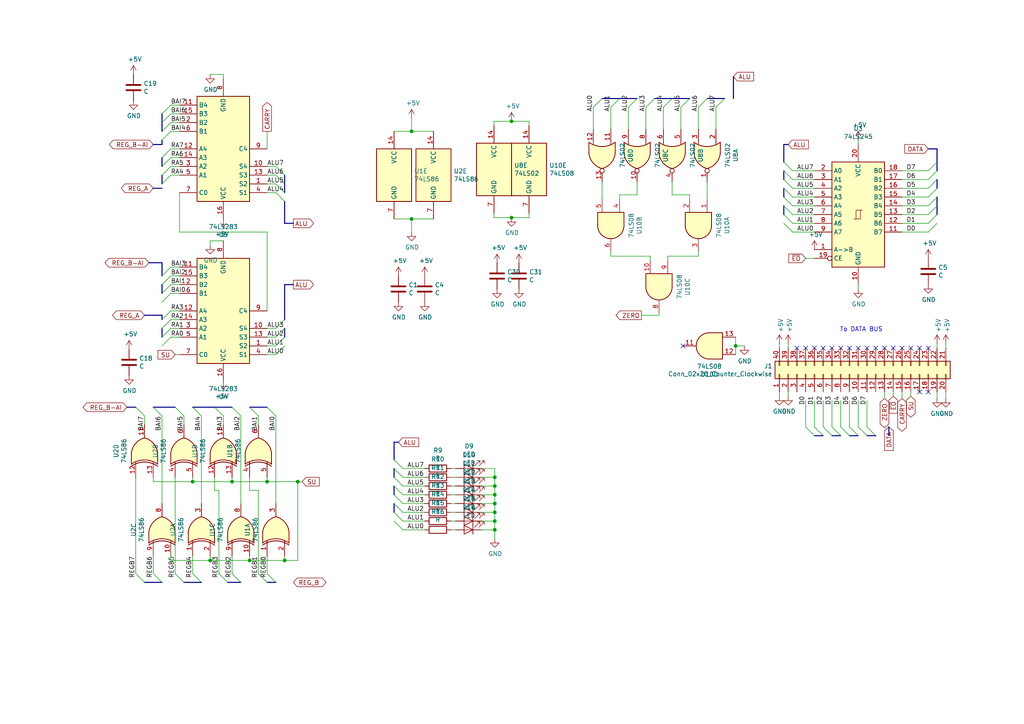
<source format=kicad_sch>
(kicad_sch (version 20200618) (host eeschema "(5.99.0-2101-geb1ff80d5)")
  (page 1 1)
  (paper "A4")
  (title_block (title "ALU MODULE ") (date "2020-10-06") (rev "01") (company "Wilhelm-Maybach-Schule Heilbronn") (comment 1 "Leon Hellmich"))
  (junction (at 55.88 139.7))
  (junction (at 60.96 162.56))
  (junction (at 67.31 139.7))
  (junction (at 72.39 162.56))
  (junction (at 77.47 139.7))
  (junction (at 82.55 162.56))
  (junction (at 86.36 139.7))
  (junction (at 119.38 38.1))
  (junction (at 119.38 63.5))
  (junction (at 143.51 138.43))
  (junction (at 143.51 140.97))
  (junction (at 143.51 143.51))
  (junction (at 143.51 146.05))
  (junction (at 143.51 148.59))
  (junction (at 143.51 151.13))
  (junction (at 143.51 153.67))
  (junction (at 148.3614 35.179))
  (junction (at 148.3614 63.119))
  (junction (at 213.36 100.33))
  (no_connect (at 246.38 100.965))
  (no_connect (at 241.3 100.965))
  (no_connect (at 236.22 100.965))
  (no_connect (at 269.24 100.965))
  (no_connect (at 243.84 100.965))
  (no_connect (at 248.92 100.965))
  (no_connect (at 198.12 100.33))
  (no_connect (at 251.46 100.965))
  (no_connect (at 233.68 100.965))
  (no_connect (at 261.62 100.965))
  (no_connect (at 269.24 113.665))
  (no_connect (at 266.7 113.665))
  (no_connect (at 259.08 100.965))
  (no_connect (at 238.76 100.965))
  (no_connect (at 264.16 100.965))
  (no_connect (at 266.7 100.965))
  (no_connect (at 231.14 100.965))
  (no_connect (at 256.54 100.965))
  (no_connect (at 254 100.965))
  (bus_entry (at 39.37 118.11) (size 2.54 2.54) (stroke (width 0.1524)))
  (bus_entry (at 39.37 166.37) (size 2.54 2.54) (stroke (width 0.1524)))
  (bus_entry (at 44.45 118.11) (size 2.54 2.54) (stroke (width 0.1524)))
  (bus_entry (at 44.45 166.37) (size 2.54 2.54) (stroke (width 0.1524)))
  (bus_entry (at 46.99 33.02) (size 2.54 -2.54) (stroke (width 0.1524)))
  (bus_entry (at 46.99 35.56) (size 2.54 -2.54) (stroke (width 0.1524)))
  (bus_entry (at 46.99 38.1) (size 2.54 -2.54) (stroke (width 0.1524)))
  (bus_entry (at 46.99 40.64) (size 2.54 -2.54) (stroke (width 0.1524)))
  (bus_entry (at 46.99 45.72) (size 2.54 -2.54) (stroke (width 0.1524)))
  (bus_entry (at 46.99 48.26) (size 2.54 -2.54) (stroke (width 0.1524)))
  (bus_entry (at 46.99 50.8) (size 2.54 -2.54) (stroke (width 0.1524)))
  (bus_entry (at 46.99 53.34) (size 2.54 -2.54) (stroke (width 0.1524)))
  (bus_entry (at 46.99 80.01) (size 2.54 -2.54) (stroke (width 0.1524)))
  (bus_entry (at 46.99 82.55) (size 2.54 -2.54) (stroke (width 0.1524)))
  (bus_entry (at 46.99 85.09) (size 2.54 -2.54) (stroke (width 0.1524)))
  (bus_entry (at 46.99 87.63) (size 2.54 -2.54) (stroke (width 0.1524)))
  (bus_entry (at 46.99 92.71) (size 2.54 -2.54) (stroke (width 0.1524)))
  (bus_entry (at 46.99 95.25) (size 2.54 -2.54) (stroke (width 0.1524)))
  (bus_entry (at 46.99 97.79) (size 2.54 -2.54) (stroke (width 0.1524)))
  (bus_entry (at 46.99 100.33) (size 2.54 -2.54) (stroke (width 0.1524)))
  (bus_entry (at 50.8 118.11) (size 2.54 2.54) (stroke (width 0.1524)))
  (bus_entry (at 50.8 166.37) (size 2.54 2.54) (stroke (width 0.1524)))
  (bus_entry (at 55.88 118.11) (size 2.54 2.54) (stroke (width 0.1524)))
  (bus_entry (at 55.88 166.37) (size 2.54 2.54) (stroke (width 0.1524)))
  (bus_entry (at 62.23 118.11) (size 2.54 2.54) (stroke (width 0.1524)))
  (bus_entry (at 63.5 166.37) (size 2.54 2.54) (stroke (width 0.1524)))
  (bus_entry (at 67.31 118.11) (size 2.54 2.54) (stroke (width 0.1524)))
  (bus_entry (at 67.31 166.37) (size 2.54 2.54) (stroke (width 0.1524)))
  (bus_entry (at 72.39 118.11) (size 2.54 2.54) (stroke (width 0.1524)))
  (bus_entry (at 74.93 166.37) (size 2.54 2.54) (stroke (width 0.1524)))
  (bus_entry (at 77.47 118.11) (size 2.54 2.54) (stroke (width 0.1524)))
  (bus_entry (at 77.47 166.37) (size 2.54 2.54) (stroke (width 0.1524)))
  (bus_entry (at 80.01 48.26) (size 2.54 2.54) (stroke (width 0.1524)))
  (bus_entry (at 80.01 50.8) (size 2.54 2.54) (stroke (width 0.1524)))
  (bus_entry (at 80.01 53.34) (size 2.54 2.54) (stroke (width 0.1524)))
  (bus_entry (at 80.01 55.88) (size 2.54 2.54) (stroke (width 0.1524)))
  (bus_entry (at 80.01 95.25) (size 2.54 -2.54) (stroke (width 0.1524)))
  (bus_entry (at 80.01 97.79) (size 2.54 -2.54) (stroke (width 0.1524)))
  (bus_entry (at 80.01 100.33) (size 2.54 -2.54) (stroke (width 0.1524)))
  (bus_entry (at 80.01 102.87) (size 2.54 -2.54) (stroke (width 0.1524)))
  (bus_entry (at 116.84 135.89) (size -2.54 -2.54) (stroke (width 0.1524)))
  (bus_entry (at 116.84 138.43) (size -2.54 -2.54) (stroke (width 0.1524)))
  (bus_entry (at 116.84 140.97) (size -2.54 -2.54) (stroke (width 0.1524)))
  (bus_entry (at 116.84 143.51) (size -2.54 -2.54) (stroke (width 0.1524)))
  (bus_entry (at 116.84 146.05) (size -2.54 -2.54) (stroke (width 0.1524)))
  (bus_entry (at 116.84 148.59) (size -2.54 -2.54) (stroke (width 0.1524)))
  (bus_entry (at 116.84 151.13) (size -2.54 -2.54) (stroke (width 0.1524)))
  (bus_entry (at 116.84 153.67) (size -2.54 -2.54) (stroke (width 0.1524)))
  (bus_entry (at 172.085 31.115) (size 2.54 -2.54) (stroke (width 0.1524)))
  (bus_entry (at 177.165 31.115) (size 2.54 -2.54) (stroke (width 0.1524)))
  (bus_entry (at 182.245 31.115) (size 2.54 -2.54) (stroke (width 0.1524)))
  (bus_entry (at 187.325 31.115) (size 2.54 -2.54) (stroke (width 0.1524)))
  (bus_entry (at 192.405 31.115) (size 2.54 -2.54) (stroke (width 0.1524)))
  (bus_entry (at 197.485 31.115) (size 2.54 -2.54) (stroke (width 0.1524)))
  (bus_entry (at 202.565 31.115) (size 2.54 -2.54) (stroke (width 0.1524)))
  (bus_entry (at 207.645 31.115) (size 2.54 -2.54) (stroke (width 0.1524)))
  (bus_entry (at 229.87 49.53) (size -2.54 -2.54) (stroke (width 0.1524)))
  (bus_entry (at 229.87 52.07) (size -2.54 -2.54) (stroke (width 0.1524)))
  (bus_entry (at 229.87 54.61) (size -2.54 -2.54) (stroke (width 0.1524)))
  (bus_entry (at 229.87 57.15) (size -2.54 -2.54) (stroke (width 0.1524)))
  (bus_entry (at 229.87 59.69) (size -2.54 -2.54) (stroke (width 0.1524)))
  (bus_entry (at 229.87 62.23) (size -2.54 -2.54) (stroke (width 0.1524)))
  (bus_entry (at 229.87 64.77) (size -2.54 -2.54) (stroke (width 0.1524)))
  (bus_entry (at 229.87 67.31) (size -2.54 -2.54) (stroke (width 0.1524)))
  (bus_entry (at 233.68 123.825) (size 2.54 2.54) (stroke (width 0.1524)))
  (bus_entry (at 236.22 123.825) (size 2.54 2.54) (stroke (width 0.1524)))
  (bus_entry (at 238.76 123.825) (size 2.54 2.54) (stroke (width 0.1524)))
  (bus_entry (at 241.3 123.825) (size 2.54 2.54) (stroke (width 0.1524)))
  (bus_entry (at 243.84 123.825) (size 2.54 2.54) (stroke (width 0.1524)))
  (bus_entry (at 246.38 123.825) (size 2.54 2.54) (stroke (width 0.1524)))
  (bus_entry (at 248.92 123.825) (size 2.54 2.54) (stroke (width 0.1524)))
  (bus_entry (at 251.46 123.825) (size 2.54 2.54) (stroke (width 0.1524)))
  (bus_entry (at 269.24 49.53) (size 2.54 -2.54) (stroke (width 0.1524)))
  (bus_entry (at 269.24 52.07) (size 2.54 -2.54) (stroke (width 0.1524)))
  (bus_entry (at 269.24 54.61) (size 2.54 -2.54) (stroke (width 0.1524)))
  (bus_entry (at 269.24 57.15) (size 2.54 -2.54) (stroke (width 0.1524)))
  (bus_entry (at 269.24 59.69) (size 2.54 -2.54) (stroke (width 0.1524)))
  (bus_entry (at 269.24 62.23) (size 2.54 -2.54) (stroke (width 0.1524)))
  (bus_entry (at 269.24 64.77) (size 2.54 -2.54) (stroke (width 0.1524)))
  (bus_entry (at 269.24 67.31) (size 2.54 -2.54) (stroke (width 0.1524)))
  (wire (pts (xy 39.37 138.43) (xy 39.37 166.37)))
  (wire (pts (xy 41.91 120.65) (xy 41.91 123.19)))
  (wire (pts (xy 44.45 139.7) (xy 44.45 138.43)))
  (wire (pts (xy 44.45 139.7) (xy 55.88 139.7)))
  (wire (pts (xy 44.45 161.29) (xy 44.45 166.37)))
  (wire (pts (xy 46.99 120.65) (xy 46.99 146.05)))
  (wire (pts (xy 49.53 30.48) (xy 52.07 30.48)))
  (wire (pts (xy 49.53 33.02) (xy 52.07 33.02)))
  (wire (pts (xy 49.53 35.56) (xy 52.07 35.56)))
  (wire (pts (xy 49.53 38.1) (xy 52.07 38.1)))
  (wire (pts (xy 49.53 43.18) (xy 52.07 43.18)))
  (wire (pts (xy 49.53 45.72) (xy 52.07 45.72)))
  (wire (pts (xy 49.53 48.26) (xy 52.07 48.26)))
  (wire (pts (xy 49.53 50.8) (xy 52.07 50.8)))
  (wire (pts (xy 49.53 77.47) (xy 52.07 77.47)))
  (wire (pts (xy 49.53 80.01) (xy 52.07 80.01)))
  (wire (pts (xy 49.53 82.55) (xy 52.07 82.55)))
  (wire (pts (xy 49.53 85.09) (xy 52.07 85.09)))
  (wire (pts (xy 49.53 90.17) (xy 52.07 90.17)))
  (wire (pts (xy 49.53 92.71) (xy 52.07 92.71)))
  (wire (pts (xy 49.53 95.25) (xy 52.07 95.25)))
  (wire (pts (xy 49.53 97.79) (xy 52.07 97.79)))
  (wire (pts (xy 49.53 161.29) (xy 49.53 162.56)))
  (wire (pts (xy 49.53 162.56) (xy 60.96 162.56)))
  (wire (pts (xy 50.8 102.87) (xy 52.07 102.87)))
  (wire (pts (xy 50.8 138.43) (xy 50.8 166.37)))
  (wire (pts (xy 52.07 55.88) (xy 52.07 67.31)))
  (wire (pts (xy 52.07 67.31) (xy 77.47 67.31)))
  (wire (pts (xy 53.34 123.19) (xy 53.34 120.65)))
  (wire (pts (xy 55.88 139.7) (xy 55.88 138.43)))
  (wire (pts (xy 55.88 139.7) (xy 67.31 139.7)))
  (wire (pts (xy 55.88 161.29) (xy 55.88 166.37)))
  (wire (pts (xy 58.42 120.65) (xy 58.42 146.05)))
  (wire (pts (xy 60.96 21.59) (xy 64.77 21.59)))
  (wire (pts (xy 60.96 69.85) (xy 64.77 69.85)))
  (wire (pts (xy 60.96 71.12) (xy 60.96 69.85)))
  (wire (pts (xy 60.96 162.56) (xy 60.96 161.29)))
  (wire (pts (xy 60.96 162.56) (xy 72.39 162.56)))
  (wire (pts (xy 62.23 138.43) (xy 62.23 142.24)))
  (wire (pts (xy 62.23 142.24) (xy 63.5 142.24)))
  (wire (pts (xy 63.5 142.24) (xy 63.5 166.37)))
  (wire (pts (xy 64.77 21.59) (xy 64.77 22.86)))
  (wire (pts (xy 64.77 123.19) (xy 64.77 120.65)))
  (wire (pts (xy 67.31 139.7) (xy 67.31 138.43)))
  (wire (pts (xy 67.31 139.7) (xy 77.47 139.7)))
  (wire (pts (xy 67.31 161.29) (xy 67.31 166.37)))
  (wire (pts (xy 69.85 120.65) (xy 69.85 146.05)))
  (wire (pts (xy 72.39 138.43) (xy 72.39 142.24)))
  (wire (pts (xy 72.39 142.24) (xy 74.93 142.24)))
  (wire (pts (xy 72.39 162.56) (xy 72.39 161.29)))
  (wire (pts (xy 72.39 162.56) (xy 82.55 162.56)))
  (wire (pts (xy 74.93 123.19) (xy 74.93 120.65)))
  (wire (pts (xy 74.93 142.24) (xy 74.93 166.37)))
  (wire (pts (xy 77.47 38.1) (xy 77.47 43.18)))
  (wire (pts (xy 77.47 67.31) (xy 77.47 90.17)))
  (wire (pts (xy 77.47 139.7) (xy 77.47 138.43)))
  (wire (pts (xy 77.47 139.7) (xy 86.36 139.7)))
  (wire (pts (xy 77.47 161.29) (xy 77.47 166.37)))
  (wire (pts (xy 80.01 48.26) (xy 77.47 48.26)))
  (wire (pts (xy 80.01 50.8) (xy 77.47 50.8)))
  (wire (pts (xy 80.01 53.34) (xy 77.47 53.34)))
  (wire (pts (xy 80.01 55.88) (xy 77.47 55.88)))
  (wire (pts (xy 80.01 95.25) (xy 77.47 95.25)))
  (wire (pts (xy 80.01 97.79) (xy 77.47 97.79)))
  (wire (pts (xy 80.01 100.33) (xy 77.47 100.33)))
  (wire (pts (xy 80.01 102.87) (xy 77.47 102.87)))
  (wire (pts (xy 80.01 120.65) (xy 80.01 146.05)))
  (wire (pts (xy 82.55 162.56) (xy 82.55 161.29)))
  (wire (pts (xy 86.36 139.7) (xy 86.36 162.56)))
  (wire (pts (xy 86.36 162.56) (xy 82.55 162.56)))
  (wire (pts (xy 87.63 139.7) (xy 86.36 139.7)))
  (wire (pts (xy 114.3 38.1) (xy 119.38 38.1)))
  (wire (pts (xy 114.3 63.5) (xy 119.38 63.5)))
  (wire (pts (xy 116.84 138.43) (xy 123.19 138.43)))
  (wire (pts (xy 116.84 143.51) (xy 123.19 143.51)))
  (wire (pts (xy 116.84 148.59) (xy 123.19 148.59)))
  (wire (pts (xy 116.84 153.67) (xy 123.19 153.67)))
  (wire (pts (xy 119.38 34.29) (xy 119.38 38.1)))
  (wire (pts (xy 119.38 38.1) (xy 125.73 38.1)))
  (wire (pts (xy 119.38 63.5) (xy 125.73 63.5)))
  (wire (pts (xy 119.38 67.31) (xy 119.38 63.5)))
  (wire (pts (xy 123.19 135.89) (xy 116.84 135.89)))
  (wire (pts (xy 123.19 140.97) (xy 116.84 140.97)))
  (wire (pts (xy 123.19 146.05) (xy 116.84 146.05)))
  (wire (pts (xy 123.19 151.13) (xy 116.84 151.13)))
  (wire (pts (xy 130.81 135.89) (xy 132.08 135.89)))
  (wire (pts (xy 130.81 140.97) (xy 132.08 140.97)))
  (wire (pts (xy 130.81 146.05) (xy 132.08 146.05)))
  (wire (pts (xy 130.81 151.13) (xy 132.08 151.13)))
  (wire (pts (xy 132.08 138.43) (xy 130.81 138.43)))
  (wire (pts (xy 132.08 143.51) (xy 130.81 143.51)))
  (wire (pts (xy 132.08 148.59) (xy 130.81 148.59)))
  (wire (pts (xy 132.08 153.67) (xy 130.81 153.67)))
  (wire (pts (xy 139.7 135.89) (xy 143.51 135.89)))
  (wire (pts (xy 139.7 138.43) (xy 143.51 138.43)))
  (wire (pts (xy 139.7 140.97) (xy 143.51 140.97)))
  (wire (pts (xy 139.7 143.51) (xy 143.51 143.51)))
  (wire (pts (xy 139.7 146.05) (xy 143.51 146.05)))
  (wire (pts (xy 139.7 148.59) (xy 143.51 148.59)))
  (wire (pts (xy 139.7 151.13) (xy 143.51 151.13)))
  (wire (pts (xy 139.7 153.67) (xy 143.51 153.67)))
  (wire (pts (xy 143.2814 35.179) (xy 148.3614 35.179)))
  (wire (pts (xy 143.2814 36.449) (xy 143.2814 35.179)))
  (wire (pts (xy 143.2814 61.849) (xy 143.2814 63.119)))
  (wire (pts (xy 143.2814 63.119) (xy 148.3614 63.119)))
  (wire (pts (xy 143.51 135.89) (xy 143.51 138.43)))
  (wire (pts (xy 143.51 138.43) (xy 143.51 140.97)))
  (wire (pts (xy 143.51 140.97) (xy 143.51 143.51)))
  (wire (pts (xy 143.51 143.51) (xy 143.51 146.05)))
  (wire (pts (xy 143.51 146.05) (xy 143.51 148.59)))
  (wire (pts (xy 143.51 148.59) (xy 143.51 151.13)))
  (wire (pts (xy 143.51 151.13) (xy 143.51 153.67)))
  (wire (pts (xy 143.51 153.67) (xy 143.51 156.21)))
  (wire (pts (xy 148.3614 35.179) (xy 153.4414 35.179)))
  (wire (pts (xy 148.3614 63.119) (xy 153.4414 63.119)))
  (wire (pts (xy 153.4414 35.179) (xy 153.4414 36.449)))
  (wire (pts (xy 153.4414 63.119) (xy 153.4414 61.849)))
  (wire (pts (xy 172.085 31.115) (xy 172.085 37.465)))
  (wire (pts (xy 174.625 52.705) (xy 174.625 57.785)))
  (wire (pts (xy 177.165 37.465) (xy 177.165 31.115)))
  (wire (pts (xy 177.165 74.295) (xy 177.165 73.025)))
  (wire (pts (xy 179.705 56.515) (xy 184.785 56.515)))
  (wire (pts (xy 179.705 57.785) (xy 179.705 56.515)))
  (wire (pts (xy 182.245 31.115) (xy 182.245 37.465)))
  (wire (pts (xy 184.785 56.515) (xy 184.785 52.705)))
  (wire (pts (xy 186.055 91.44) (xy 191.135 91.44)))
  (wire (pts (xy 187.325 37.465) (xy 187.325 31.115)))
  (wire (pts (xy 188.595 74.295) (xy 177.165 74.295)))
  (wire (pts (xy 188.595 75.565) (xy 188.595 74.295)))
  (wire (pts (xy 191.135 91.44) (xy 191.135 90.805)))
  (wire (pts (xy 192.405 31.115) (xy 192.405 37.465)))
  (wire (pts (xy 193.675 74.295) (xy 193.675 75.565)))
  (wire (pts (xy 194.945 56.515) (xy 194.945 52.705)))
  (wire (pts (xy 197.485 37.465) (xy 197.485 31.115)))
  (wire (pts (xy 200.025 56.515) (xy 194.945 56.515)))
  (wire (pts (xy 200.025 57.785) (xy 200.025 56.515)))
  (wire (pts (xy 202.565 31.115) (xy 202.565 37.465)))
  (wire (pts (xy 202.565 73.025) (xy 202.565 74.295)))
  (wire (pts (xy 202.565 74.295) (xy 193.675 74.295)))
  (wire (pts (xy 205.105 52.705) (xy 205.105 57.785)))
  (wire (pts (xy 207.645 37.465) (xy 207.645 31.115)))
  (wire (pts (xy 213.36 97.79) (xy 213.36 100.33)))
  (wire (pts (xy 213.36 100.33) (xy 213.36 102.87)))
  (wire (pts (xy 213.36 100.33) (xy 215.9 100.33)))
  (wire (pts (xy 226.06 99.695) (xy 226.06 100.965)))
  (wire (pts (xy 226.06 113.665) (xy 226.06 114.935)))
  (wire (pts (xy 228.6 99.695) (xy 228.6 100.965)))
  (wire (pts (xy 228.6 113.665) (xy 228.6 114.935)))
  (wire (pts (xy 229.87 52.07) (xy 236.22 52.07)))
  (wire (pts (xy 229.87 57.15) (xy 236.22 57.15)))
  (wire (pts (xy 229.87 62.23) (xy 236.22 62.23)))
  (wire (pts (xy 229.87 67.31) (xy 236.22 67.31)))
  (wire (pts (xy 233.68 74.93) (xy 236.22 74.93)))
  (wire (pts (xy 233.68 116.205) (xy 233.68 123.825)))
  (wire (pts (xy 236.22 49.53) (xy 229.87 49.53)))
  (wire (pts (xy 236.22 54.61) (xy 229.87 54.61)))
  (wire (pts (xy 236.22 59.69) (xy 229.87 59.69)))
  (wire (pts (xy 236.22 64.77) (xy 229.87 64.77)))
  (wire (pts (xy 236.22 123.825) (xy 236.22 116.205)))
  (wire (pts (xy 238.76 116.205) (xy 238.76 123.825)))
  (wire (pts (xy 241.3 123.825) (xy 241.3 116.205)))
  (wire (pts (xy 243.84 116.205) (xy 243.84 123.825)))
  (wire (pts (xy 246.38 116.205) (xy 246.38 123.825)))
  (wire (pts (xy 248.92 40.64) (xy 248.92 41.91)))
  (wire (pts (xy 248.92 83.82) (xy 248.92 82.55)))
  (wire (pts (xy 248.92 123.825) (xy 248.92 116.205)))
  (wire (pts (xy 251.46 116.205) (xy 251.46 123.825)))
  (wire (pts (xy 256.54 113.665) (xy 256.54 115.57)))
  (wire (pts (xy 259.08 113.665) (xy 259.08 114.935)))
  (wire (pts (xy 261.62 49.53) (xy 269.24 49.53)))
  (wire (pts (xy 261.62 54.61) (xy 269.24 54.61)))
  (wire (pts (xy 261.62 57.15) (xy 269.24 57.15)))
  (wire (pts (xy 261.62 62.23) (xy 269.24 62.23)))
  (wire (pts (xy 261.62 67.31) (xy 269.24 67.31)))
  (wire (pts (xy 261.62 113.665) (xy 261.62 115.57)))
  (wire (pts (xy 264.16 113.665) (xy 264.16 114.935)))
  (wire (pts (xy 269.24 52.07) (xy 261.62 52.07)))
  (wire (pts (xy 269.24 59.69) (xy 261.62 59.69)))
  (wire (pts (xy 269.24 64.77) (xy 261.62 64.77)))
  (wire (pts (xy 271.78 99.695) (xy 271.78 100.965)))
  (wire (pts (xy 271.78 113.665) (xy 271.78 115.57)))
  (wire (pts (xy 274.32 99.695) (xy 274.32 100.965)))
  (wire (pts (xy 274.32 113.665) (xy 274.32 115.57)))
  (bus (pts (xy 36.83 118.11) (xy 44.45 118.11)))
  (bus (pts (xy 41.91 91.44) (xy 46.99 91.44)))
  (bus (pts (xy 41.91 168.91) (xy 53.34 168.91)))
  (bus (pts (xy 43.18 76.2) (xy 46.99 76.2)))
  (bus (pts (xy 44.45 41.91) (xy 46.99 41.91)))
  (bus (pts (xy 44.45 54.61) (xy 46.99 54.61)))
  (bus (pts (xy 44.45 118.11) (xy 55.88 118.11)))
  (bus (pts (xy 46.99 33.02) (xy 46.99 35.56)))
  (bus (pts (xy 46.99 35.56) (xy 46.99 40.64)))
  (bus (pts (xy 46.99 40.64) (xy 46.99 41.91)))
  (bus (pts (xy 46.99 45.72) (xy 46.99 50.8)))
  (bus (pts (xy 46.99 50.8) (xy 46.99 54.61)))
  (bus (pts (xy 46.99 76.2) (xy 46.99 82.55)))
  (bus (pts (xy 46.99 82.55) (xy 46.99 87.63)))
  (bus (pts (xy 46.99 91.44) (xy 46.99 95.25)))
  (bus (pts (xy 46.99 95.25) (xy 46.99 100.33)))
  (bus (pts (xy 53.34 168.91) (xy 66.04 168.91)))
  (bus (pts (xy 55.88 118.11) (xy 62.23 118.11)))
  (bus (pts (xy 62.23 118.11) (xy 72.39 118.11)))
  (bus (pts (xy 66.04 168.91) (xy 77.47 168.91)))
  (bus (pts (xy 72.39 118.11) (xy 77.47 118.11)))
  (bus (pts (xy 77.47 168.91) (xy 85.09 168.91)))
  (bus (pts (xy 82.55 50.8) (xy 82.55 53.34)))
  (bus (pts (xy 82.55 53.34) (xy 82.55 58.42)))
  (bus (pts (xy 82.55 58.42) (xy 82.55 64.77)))
  (bus (pts (xy 82.55 82.55) (xy 82.55 95.25)))
  (bus (pts (xy 82.55 95.25) (xy 82.55 100.33)))
  (bus (pts (xy 85.09 64.77) (xy 82.55 64.77)))
  (bus (pts (xy 85.09 82.55) (xy 82.55 82.55)))
  (bus (pts (xy 114.3 128.27) (xy 114.3 135.89)))
  (bus (pts (xy 114.3 135.89) (xy 114.3 140.97)))
  (bus (pts (xy 114.3 140.97) (xy 114.3 146.05)))
  (bus (pts (xy 114.3 146.05) (xy 114.3 151.13)))
  (bus (pts (xy 115.57 128.27) (xy 114.3 128.27)))
  (bus (pts (xy 174.625 28.575) (xy 179.705 28.575)))
  (bus (pts (xy 179.705 28.575) (xy 189.865 28.575)))
  (bus (pts (xy 189.865 28.575) (xy 194.945 28.575)))
  (bus (pts (xy 194.945 28.575) (xy 205.105 28.575)))
  (bus (pts (xy 205.105 28.575) (xy 212.725 28.575)))
  (bus (pts (xy 212.725 22.225) (xy 212.725 28.575)))
  (bus (pts (xy 227.33 41.91) (xy 227.33 49.53)))
  (bus (pts (xy 227.33 49.53) (xy 227.33 54.61)))
  (bus (pts (xy 227.33 54.61) (xy 227.33 59.69)))
  (bus (pts (xy 227.33 59.69) (xy 227.33 64.77)))
  (bus (pts (xy 228.6 41.91) (xy 227.33 41.91)))
  (bus (pts (xy 236.22 126.365) (xy 241.3 126.365)))
  (bus (pts (xy 241.3 126.365) (xy 246.38 126.365)))
  (bus (pts (xy 246.38 126.365) (xy 251.46 126.365)))
  (bus (pts (xy 251.46 126.365) (xy 257.81 126.365)))
  (bus (pts (xy 257.81 126.365) (xy 257.81 123.825)))
  (bus (pts (xy 271.78 43.18) (xy 269.24 43.18)))
  (bus (pts (xy 271.78 43.18) (xy 271.78 46.99)))
  (bus (pts (xy 271.78 46.99) (xy 271.78 52.07)))
  (bus (pts (xy 271.78 52.07) (xy 271.78 57.15)))
  (bus (pts (xy 271.78 57.15) (xy 271.78 59.69)))
  (bus (pts (xy 271.78 59.69) (xy 271.78 64.77)))
  (text "To DATA BUS\n" (at 256.032 96.393 180) (effects (font (size 1.27 1.27)) (justify right bottom)))
  (label "REGB7" (at 39.37 161.29 270))
  (label "BAI7" (at 41.91 120.65 270))
  (label "REGB6" (at 44.45 161.29 270))
  (label "BAI6" (at 46.99 120.65 270))
  (label "BAI7" (at 49.53 30.48 0))
  (label "BAI6" (at 49.53 33.02 0))
  (label "BAI5" (at 49.53 35.56 0))
  (label "BAI4" (at 49.53 38.1 0))
  (label "RA7" (at 49.53 43.18 0))
  (label "RA6" (at 49.53 45.72 0))
  (label "RA5" (at 49.53 48.26 0))
  (label "RA4" (at 49.53 50.8 0))
  (label "BAI3" (at 49.53 77.47 0))
  (label "BAI2" (at 49.53 80.01 0))
  (label "BAI1" (at 49.53 82.55 0))
  (label "BAI0" (at 49.53 85.09 0))
  (label "RA3" (at 49.53 90.17 0))
  (label "RA2" (at 49.53 92.71 0))
  (label "RA1" (at 49.53 95.25 0))
  (label "RA0" (at 49.53 97.79 0))
  (label "REGB5" (at 50.8 161.29 270))
  (label "BAI5" (at 53.34 120.65 270))
  (label "REGB4" (at 55.88 161.29 270))
  (label "BAI4" (at 58.42 120.65 270))
  (label "REGB3" (at 63.5 161.29 270))
  (label "BAI3" (at 64.77 120.65 270))
  (label "REGB2" (at 67.31 161.29 270))
  (label "BAI2" (at 69.85 120.65 270))
  (label "BAI1" (at 74.93 120.65 270))
  (label "REGB1" (at 74.93 161.29 270))
  (label "ALU7" (at 77.47 48.26 0))
  (label "ALU6" (at 77.47 50.8 0))
  (label "ALU5" (at 77.47 53.34 0))
  (label "ALU4" (at 77.47 55.88 0))
  (label "ALU3" (at 77.47 95.25 0))
  (label "ALU2" (at 77.47 97.79 0))
  (label "ALU1" (at 77.47 100.33 0))
  (label "ALU0" (at 77.47 102.87 0))
  (label "REGB0" (at 77.47 161.29 270))
  (label "BAI0" (at 80.01 120.65 270))
  (label "ALU7" (at 118.11 135.89 0))
  (label "ALU6" (at 118.11 138.43 0))
  (label "ALU5" (at 118.11 140.97 0))
  (label "ALU4" (at 118.11 143.51 0))
  (label "ALU3" (at 118.11 146.05 0))
  (label "ALU2" (at 118.11 148.59 0))
  (label "ALU1" (at 118.11 151.13 0))
  (label "ALU0" (at 118.11 153.67 0))
  (label "ALU0" (at 172.085 32.385 90))
  (label "ALU1" (at 177.165 32.385 90))
  (label "ALU2" (at 182.245 32.385 90))
  (label "ALU3" (at 187.325 32.385 90))
  (label "ALU4" (at 192.405 32.385 90))
  (label "ALU5" (at 197.485 32.385 90))
  (label "ALU6" (at 202.565 32.385 90))
  (label "ALU7" (at 207.645 32.385 90))
  (label "ALU7" (at 231.14 49.53 0))
  (label "ALU6" (at 231.14 52.07 0))
  (label "ALU5" (at 231.14 54.61 0))
  (label "ALU4" (at 231.14 57.15 0))
  (label "ALU3" (at 231.14 59.69 0))
  (label "ALU2" (at 231.14 62.23 0))
  (label "ALU1" (at 231.14 64.77 0))
  (label "ALU0" (at 231.14 67.31 0))
  (label "D0" (at 233.68 117.475 90))
  (label "D1" (at 236.22 117.475 90))
  (label "D2" (at 238.76 117.475 90))
  (label "D3" (at 241.3 117.475 90))
  (label "D4" (at 243.84 117.475 90))
  (label "D5" (at 246.38 117.475 90))
  (label "D6" (at 248.92 117.475 90))
  (label "D7" (at 251.46 117.475 90))
  (label "D7" (at 262.89 49.53 0))
  (label "D6" (at 262.89 52.07 0))
  (label "D5" (at 262.89 54.61 0))
  (label "D4" (at 262.89 57.15 0))
  (label "D3" (at 262.89 59.69 0))
  (label "D2" (at 262.89 62.23 0))
  (label "D1" (at 262.89 64.77 0))
  (label "D0" (at 262.89 67.31 0))
  (global_label "REG_B-AI" (shape bidirectional) (at 36.83 118.11 180))
  (global_label "REG_A" (shape bidirectional) (at 41.91 91.44 180))
  (global_label "REG_B-AI" (shape bidirectional) (at 43.18 76.2 180))
  (global_label "REG_B-AI" (shape bidirectional) (at 44.45 41.91 180))
  (global_label "REG_A" (shape bidirectional) (at 44.45 54.61 180))
  (global_label "SU" (shape input) (at 50.8 102.87 180))
  (global_label "CARRY" (shape output) (at 77.47 38.1 90))
  (global_label "ALU" (shape output) (at 85.09 64.77 0))
  (global_label "ALU" (shape output) (at 85.09 82.55 0))
  (global_label "REG_B" (shape bidirectional) (at 85.09 168.91 0))
  (global_label "SU" (shape input) (at 87.63 139.7 0))
  (global_label "ALU" (shape input) (at 115.57 128.27 0))
  (global_label "ZERO" (shape output) (at 186.055 91.44 180))
  (global_label "ALU" (shape input) (at 212.725 22.225 0))
  (global_label "ALU" (shape input) (at 228.6 41.91 0))
  (global_label "~EO" (shape input) (at 233.68 74.93 180))
  (global_label "ZERO" (shape bidirectional) (at 256.54 115.57 270))
  (global_label "DATA" (shape input) (at 257.81 123.825 270))
  (global_label "~EO" (shape input) (at 259.08 114.935 270))
  (global_label "CARRY" (shape bidirectional) (at 261.62 115.57 270))
  (global_label "SU" (shape bidirectional) (at 264.16 114.935 270))
  (global_label "DATA" (shape input) (at 269.24 43.18 180))
  (symbol (lib_id "power:+5V") (at 37.4396 101.2952 0) (unit 1)
    (property "Reference" "#PWR042" (effects hide))
    (property "Value" "+5V" (at 37.8206 96.901 0))
  )
  (symbol (lib_id "power:+5V") (at 38.7096 21.59 0) (unit 1)
    (property "Reference" "#PWR044" (effects hide))
    (property "Value" "+5V" (at 39.0906 17.1958 0))
  )
  (symbol (lib_id "power:+5V") (at 64.77 63.5 180) (unit 1)
    (property "Reference" "#PWR0106" (effects hide))
    (property "Value" "+5V" (at 64.389 67.8942 0))
  )
  (symbol (lib_id "power:+5V") (at 64.77 110.49 180) (unit 1)
    (property "Reference" "#PWR0105" (effects hide))
    (property "Value" "+5V" (at 64.389 114.8842 0))
  )
  (symbol (lib_id "power:+5V") (at 115.57 80.01 0) (unit 1)
    (property "Reference" "#PWR01" (effects hide))
    (property "Value" "+5V" (at 115.951 75.6158 0))
  )
  (symbol (lib_id "power:+5V") (at 119.38 34.29 0) (unit 1)
    (property "Reference" "#PWR0101" (effects hide))
    (property "Value" "+5V" (at 119.761 29.8958 0))
  )
  (symbol (lib_id "power:+5V") (at 123.19 80.01 0) (unit 1)
    (property "Reference" "#PWR023" (effects hide))
    (property "Value" "+5V" (at 123.571 75.6158 0))
  )
  (symbol (lib_id "power:+5V") (at 144.1704 76.2508 0) (unit 1)
    (property "Reference" "#PWR070" (effects hide))
    (property "Value" "+5V" (at 144.5514 71.8566 0))
  )
  (symbol (lib_id "power:+5V") (at 148.3614 35.179 0) (unit 1)
    (property "Reference" "#PWR0113" (effects hide))
    (property "Value" "+5V" (at 148.7424 30.7848 0))
  )
  (symbol (lib_id "power:+5V") (at 150.5204 76.2508 0) (unit 1)
    (property "Reference" "#PWR072" (effects hide))
    (property "Value" "+5V" (at 150.9014 71.8566 0))
  )
  (symbol (lib_id "power:+5V") (at 226.06 99.695 0) (unit 1)
    (property "Reference" "#PWR01" (effects hide))
    (property "Value" "+5V" (at 226.441 96.4438 90) (effects (justify left)))
  )
  (symbol (lib_id "power:+5V") (at 228.6 99.695 0) (unit 1)
    (property "Reference" "#PWR03" (effects hide))
    (property "Value" "+5V" (at 228.981 96.4438 90) (effects (justify left)))
  )
  (symbol (lib_id "power:+5V") (at 236.22 72.39 0) (unit 1)
    (property "Reference" "#PWR0114" (effects hide))
    (property "Value" "+5V" (at 236.601 67.9958 0))
  )
  (symbol (lib_id "power:+5V") (at 248.92 40.64 0) (unit 1)
    (property "Reference" "#PWR0116" (effects hide))
    (property "Value" "+5V" (at 249.301 36.2458 0))
  )
  (symbol (lib_id "power:+5V") (at 269.24 74.93 0) (unit 1)
    (property "Reference" "#PWR030" (effects hide))
    (property "Value" "+5V" (at 269.621 70.5358 0))
  )
  (symbol (lib_id "power:+5V") (at 271.78 99.695 0) (unit 1)
    (property "Reference" "#PWR05" (effects hide))
    (property "Value" "+5V" (at 272.161 96.4438 90) (effects (justify left)))
  )
  (symbol (lib_id "power:+5V") (at 274.32 99.695 0) (unit 1)
    (property "Reference" "#PWR07" (effects hide))
    (property "Value" "+5V" (at 274.701 96.4438 90) (effects (justify left)))
  )
  (symbol (lib_id "power:GND") (at 37.4396 108.9152 0) (unit 1)
    (property "Reference" "#PWR043" (effects hide))
    (property "Value" "GND" (at 37.5666 113.3094 0))
  )
  (symbol (lib_id "power:GND") (at 38.7096 29.21 0) (unit 1)
    (property "Reference" "#PWR045" (effects hide))
    (property "Value" "GND" (at 38.8366 33.6042 0))
  )
  (symbol (lib_id "power:GND") (at 60.96 21.59 0) (unit 1)
    (property "Reference" "#PWR0103" (effects hide))
    (property "Value" "GND" (at 61.087 25.9842 0))
  )
  (symbol (lib_id "power:GND") (at 60.96 71.12 0) (unit 1)
    (property "Reference" "#PWR0104" (effects hide))
    (property "Value" "GND" (at 61.087 75.5142 0))
  )
  (symbol (lib_id "power:GND") (at 115.57 87.63 0) (unit 1)
    (property "Reference" "#PWR02" (effects hide))
    (property "Value" "GND" (at 115.697 92.0242 0))
  )
  (symbol (lib_id "power:GND") (at 119.38 67.31 0) (unit 1)
    (property "Reference" "#PWR0102" (effects hide))
    (property "Value" "GND" (at 119.507 71.7042 0))
  )
  (symbol (lib_id "power:GND") (at 123.19 87.63 0) (unit 1)
    (property "Reference" "#PWR024" (effects hide))
    (property "Value" "GND" (at 123.317 92.0242 0))
  )
  (symbol (lib_id "power:GND") (at 143.51 156.21 0) (unit 1)
    (property "Reference" "#PWR05" (effects hide))
    (property "Value" "GND" (at 143.637 160.6042 0))
  )
  (symbol (lib_id "power:GND") (at 144.1704 83.8708 0) (unit 1)
    (property "Reference" "#PWR071" (effects hide))
    (property "Value" "GND" (at 144.2974 88.265 0))
  )
  (symbol (lib_id "power:GND") (at 148.3614 63.119 0) (unit 1)
    (property "Reference" "#PWR0112" (effects hide))
    (property "Value" "GND" (at 148.4884 67.5132 0))
  )
  (symbol (lib_id "power:GND") (at 150.5204 83.8708 0) (unit 1)
    (property "Reference" "#PWR073" (effects hide))
    (property "Value" "GND" (at 150.6474 88.265 0))
  )
  (symbol (lib_id "power:GND") (at 215.9 100.33 0) (unit 1)
    (property "Reference" "#PWR0111" (effects hide))
    (property "Value" "GND" (at 216.027 104.7242 0))
  )
  (symbol (lib_id "power:GND") (at 226.06 114.935 0) (unit 1)
    (property "Reference" "#PWR02" (effects hide))
    (property "Value" "GND" (at 226.187 119.3292 0))
  )
  (symbol (lib_id "power:GND") (at 228.6 114.935 0) (unit 1)
    (property "Reference" "#PWR04" (effects hide))
    (property "Value" "GND" (at 228.727 119.3292 0))
  )
  (symbol (lib_id "power:GND") (at 248.92 83.82 0) (unit 1)
    (property "Reference" "#PWR0115" (effects hide))
    (property "Value" "GND" (at 249.047 88.2142 0))
  )
  (symbol (lib_id "power:GND") (at 269.24 82.55 0) (unit 1)
    (property "Reference" "#PWR031" (effects hide))
    (property "Value" "GND" (at 269.367 86.9442 0))
  )
  (symbol (lib_id "power:GND") (at 271.78 115.57 0) (unit 1)
    (property "Reference" "#PWR06" (effects hide))
    (property "Value" "GND" (at 271.907 119.9642 0))
  )
  (symbol (lib_id "power:GND") (at 274.32 115.57 0) (unit 1)
    (property "Reference" "#PWR08" (effects hide))
    (property "Value" "GND" (at 274.447 119.9642 0))
  )
  (symbol (lib_id "Device:R") (at 127 135.89 270) (unit 1)
    (property "Reference" "R9" (at 127 130.6322 90))
    (property "Value" "R" (at 127 132.9436 90))
    (property "Footprint" "Resistor_SMD:R_0805_2012Metric_Pad1.15x1.40mm_HandSolder" (effects hide))
  )
  (symbol (lib_id "Device:R") (at 127 138.43 270) (unit 1)
    (property "Reference" "R10" (at 127 133.1722 90))
    (property "Value" "R" (at 127 135.4836 90))
    (property "Footprint" "Resistor_SMD:R_0805_2012Metric_Pad1.15x1.40mm_HandSolder" (effects hide))
  )
  (symbol (lib_id "Device:R") (at 127 140.97 270) (unit 1)
    (property "Reference" "R11" (at 127 135.7122 90))
    (property "Value" "R" (at 127 138.0236 90))
    (property "Footprint" "Resistor_SMD:R_0805_2012Metric_Pad1.15x1.40mm_HandSolder" (effects hide))
  )
  (symbol (lib_id "Device:R") (at 127 143.51 270) (unit 1)
    (property "Reference" "R12" (at 127 138.2522 90))
    (property "Value" "R" (at 127 140.5636 90))
    (property "Footprint" "Resistor_SMD:R_0805_2012Metric_Pad1.15x1.40mm_HandSolder" (effects hide))
  )
  (symbol (lib_id "Device:R") (at 127 146.05 270) (unit 1)
    (property "Reference" "R13" (at 127 140.7922 90))
    (property "Value" "R" (at 127 143.1036 90))
    (property "Footprint" "Resistor_SMD:R_0805_2012Metric_Pad1.15x1.40mm_HandSolder" (effects hide))
  )
  (symbol (lib_id "Device:R") (at 127 148.59 270) (unit 1)
    (property "Reference" "R14" (at 127 143.3322 90))
    (property "Value" "R" (at 127 145.6436 90))
    (property "Footprint" "Resistor_SMD:R_0805_2012Metric_Pad1.15x1.40mm_HandSolder" (effects hide))
  )
  (symbol (lib_id "Device:R") (at 127 151.13 270) (unit 1)
    (property "Reference" "R15" (at 127 145.8722 90))
    (property "Value" "R" (at 127 148.1836 90))
    (property "Footprint" "Resistor_SMD:R_0805_2012Metric_Pad1.15x1.40mm_HandSolder" (effects hide))
  )
  (symbol (lib_id "Device:R") (at 127 153.67 270) (unit 1)
    (property "Reference" "R16" (at 127 148.4122 90))
    (property "Value" "R" (at 127 150.7236 90))
    (property "Footprint" "Resistor_SMD:R_0805_2012Metric_Pad1.15x1.40mm_HandSolder" (effects hide))
  )
  (symbol (lib_id "Device:LED") (at 135.89 135.89 180) (unit 1)
    (property "Reference" "D9" (at 136.0678 129.413 0))
    (property "Value" "LED" (at 136.0678 131.7244 0))
    (property "Footprint" "LED_THT:LED_D5.0mm" (effects hide))
  )
  (symbol (lib_id "Device:LED") (at 135.89 138.43 180) (unit 1)
    (property "Reference" "D10" (at 136.0678 131.953 0))
    (property "Value" "LED" (at 136.0678 134.2644 0))
    (property "Footprint" "LED_THT:LED_D5.0mm" (effects hide))
  )
  (symbol (lib_id "Device:LED") (at 135.89 140.97 180) (unit 1)
    (property "Reference" "D11" (at 136.0678 134.493 0))
    (property "Value" "LED" (at 136.0678 136.8044 0))
    (property "Footprint" "LED_THT:LED_D5.0mm" (effects hide))
  )
  (symbol (lib_id "Device:LED") (at 135.89 143.51 180) (unit 1)
    (property "Reference" "D12" (at 136.0678 137.033 0))
    (property "Value" "LED" (at 136.0678 139.3444 0))
    (property "Footprint" "LED_THT:LED_D5.0mm" (effects hide))
  )
  (symbol (lib_id "Device:LED") (at 135.89 146.05 180) (unit 1)
    (property "Reference" "D13" (at 136.0678 139.573 0))
    (property "Value" "LED" (at 136.0678 141.8844 0))
    (property "Footprint" "LED_THT:LED_D5.0mm" (effects hide))
  )
  (symbol (lib_id "Device:LED") (at 135.89 148.59 180) (unit 1)
    (property "Reference" "D14" (at 136.0678 142.113 0))
    (property "Value" "LED" (at 136.0678 144.4244 0))
    (property "Footprint" "LED_THT:LED_D5.0mm" (effects hide))
  )
  (symbol (lib_id "Device:LED") (at 135.89 151.13 180) (unit 1)
    (property "Reference" "D15" (at 136.0678 144.653 0))
    (property "Value" "LED" (at 136.0678 146.9644 0))
    (property "Footprint" "LED_THT:LED_D5.0mm" (effects hide))
  )
  (symbol (lib_id "Device:LED") (at 135.89 153.67 180) (unit 1)
    (property "Reference" "D16" (at 136.0678 147.193 0))
    (property "Value" "LED" (at 136.0678 149.5044 0))
    (property "Footprint" "LED_THT:LED_D5.0mm" (effects hide))
  )
  (symbol (lib_id "Device:C") (at 37.4396 105.1052 0) (unit 1)
    (property "Reference" "C18" (at 40.3606 103.9368 0) (effects (justify left)))
    (property "Value" "C" (at 40.3606 106.2482 0) (effects (justify left)))
    (property "Footprint" "Capacitor_SMD:C_0805_2012Metric_Pad1.15x1.40mm_HandSolder" (effects hide))
  )
  (symbol (lib_id "Device:C") (at 38.7096 25.4 0) (unit 1)
    (property "Reference" "C19" (at 41.6306 24.2316 0) (effects (justify left)))
    (property "Value" "C" (at 41.6306 26.543 0) (effects (justify left)))
    (property "Footprint" "Capacitor_SMD:C_0805_2012Metric_Pad1.15x1.40mm_HandSolder" (effects hide))
  )
  (symbol (lib_id "Device:C") (at 115.57 83.82 0) (unit 1)
    (property "Reference" "C1" (at 118.491 82.6516 0) (effects (justify left)))
    (property "Value" "C" (at 118.491 84.963 0) (effects (justify left)))
    (property "Footprint" "Capacitor_SMD:C_0805_2012Metric_Pad1.15x1.40mm_HandSolder" (effects hide))
  )
  (symbol (lib_id "Device:C") (at 123.19 83.82 0) (unit 1)
    (property "Reference" "C4" (at 126.111 82.6516 0) (effects (justify left)))
    (property "Value" "C" (at 126.111 84.963 0) (effects (justify left)))
    (property "Footprint" "Capacitor_SMD:C_0805_2012Metric_Pad1.15x1.40mm_HandSolder" (effects hide))
  )
  (symbol (lib_id "Device:C") (at 144.1704 80.0608 0) (unit 1)
    (property "Reference" "C30" (at 147.0914 78.8924 0) (effects (justify left)))
    (property "Value" "C" (at 147.0914 81.2038 0) (effects (justify left)))
    (property "Footprint" "Capacitor_SMD:C_0805_2012Metric_Pad1.15x1.40mm_HandSolder" (effects hide))
  )
  (symbol (lib_id "Device:C") (at 150.5204 80.0608 0) (unit 1)
    (property "Reference" "C31" (at 153.4414 78.8924 0) (effects (justify left)))
    (property "Value" "C" (at 153.4414 81.2038 0) (effects (justify left)))
    (property "Footprint" "Capacitor_SMD:C_0805_2012Metric_Pad1.15x1.40mm_HandSolder" (effects hide))
  )
  (symbol (lib_id "Device:C") (at 269.24 78.74 0) (unit 1)
    (property "Reference" "C5" (at 272.161 77.5716 0) (effects (justify left)))
    (property "Value" "C" (at 272.161 79.883 0) (effects (justify left)))
    (property "Footprint" "Capacitor_SMD:C_0805_2012Metric_Pad1.15x1.40mm_HandSolder" (effects hide))
  )
  (symbol (lib_id "74xx:74LS86") (at 41.91 130.81 90) (unit 4)
    (property "Reference" "U2" (at 33.655 130.81 0))
    (property "Value" "74LS86" (at 35.9664 130.81 0))
    (property "Footprint" "Package_DIP:DIP-14_W7.62mm_Socket_LongPads" (effects hide))
    (property "Datasheet" "74xx/74ls86.pdf" (effects hide))
  )
  (symbol (lib_id "74xx:74LS86") (at 46.99 153.67 90) (unit 3)
    (property "Reference" "U2" (at 38.735 153.67 0))
    (property "Value" "74LS86" (at 41.0464 153.67 0))
    (property "Footprint" "Package_DIP:DIP-14_W7.62mm_Socket_LongPads" (effects hide))
    (property "Datasheet" "74xx/74ls86.pdf" (effects hide))
  )
  (symbol (lib_id "74xx:74LS86") (at 53.34 130.81 90) (unit 2)
    (property "Reference" "U2" (at 45.085 130.81 0))
    (property "Value" "74LS86" (at 47.3964 130.81 0))
    (property "Footprint" "Package_DIP:DIP-14_W7.62mm_Socket_LongPads" (effects hide))
    (property "Datasheet" "74xx/74ls86.pdf" (effects hide))
  )
  (symbol (lib_id "74xx:74LS86") (at 58.42 153.67 90) (unit 1)
    (property "Reference" "U2" (at 50.165 153.67 0))
    (property "Value" "74LS86" (at 52.4764 153.67 0))
    (property "Footprint" "Package_DIP:DIP-14_W7.62mm_Socket_LongPads" (effects hide))
    (property "Datasheet" "74xx/74ls86.pdf" (effects hide))
  )
  (symbol (lib_id "74xx:74LS86") (at 64.77 130.81 90) (unit 4)
    (property "Reference" "U1" (at 56.515 130.81 0))
    (property "Value" "74LS86" (at 58.8264 130.81 0))
    (property "Footprint" "Package_DIP:DIP-14_W7.62mm_Socket_LongPads" (effects hide))
    (property "Datasheet" "74xx/74ls86.pdf" (effects hide))
  )
  (symbol (lib_id "74xx:74LS86") (at 69.85 153.67 90) (unit 3)
    (property "Reference" "U1" (at 61.595 153.67 0))
    (property "Value" "74LS86" (at 63.9064 153.67 0))
    (property "Footprint" "Package_DIP:DIP-14_W7.62mm_Socket_LongPads" (effects hide))
    (property "Datasheet" "74xx/74ls86.pdf" (effects hide))
  )
  (symbol (lib_id "74xx:74LS86") (at 74.93 130.81 90) (unit 2)
    (property "Reference" "U1" (at 66.675 130.81 0))
    (property "Value" "74LS86" (at 68.9864 130.81 0))
    (property "Footprint" "Package_DIP:DIP-14_W7.62mm_Socket_LongPads" (effects hide))
    (property "Datasheet" "74xx/74ls86.pdf" (effects hide))
  )
  (symbol (lib_id "74xx:74LS86") (at 80.01 153.67 90) (unit 1)
    (property "Reference" "U1" (at 71.755 153.67 0))
    (property "Value" "74LS86" (at 74.0664 153.67 0))
    (property "Footprint" "Package_DIP:DIP-14_W7.62mm_Socket_LongPads" (effects hide))
    (property "Datasheet" "74xx/74ls86.pdf" (effects hide))
  )
  (symbol (lib_id "74xx:74LS02") (at 174.625 45.085 270) (unit 4)
    (property "Reference" "U8" (at 182.88 45.085 0))
    (property "Value" "74LS02" (at 180.5686 45.085 0))
    (property "Footprint" "Package_DIP:DIP-14_W7.62mm_Socket_LongPads" (effects hide))
    (property "Datasheet" "http://www.ti.com/lit/gpn/sn74ls02" (effects hide))
  )
  (symbol (lib_id "74xx:74LS08") (at 177.165 65.405 270) (unit 2)
    (property "Reference" "U10" (at 185.42 65.405 0))
    (property "Value" "74LS08" (at 183.1086 65.405 0))
    (property "Footprint" "Package_DIP:DIP-14_W7.62mm_Socket_LongPads" (effects hide))
    (property "Datasheet" "http://www.ti.com/lit/gpn/sn74LS08" (effects hide))
  )
  (symbol (lib_id "74xx:74LS02") (at 184.785 45.085 270) (unit 3)
    (property "Reference" "U8" (at 193.04 45.085 0))
    (property "Value" "74LS02" (at 190.7286 45.085 0))
    (property "Footprint" "Package_DIP:DIP-14_W7.62mm_Socket_LongPads" (effects hide))
    (property "Datasheet" "http://www.ti.com/lit/gpn/sn74ls02" (effects hide))
  )
  (symbol (lib_id "74xx:74LS08") (at 191.135 83.185 270) (unit 3)
    (property "Reference" "U10" (at 199.39 83.185 0))
    (property "Value" "74LS08" (at 197.0786 83.185 0))
    (property "Footprint" "Package_DIP:DIP-14_W7.62mm_Socket_LongPads" (effects hide))
    (property "Datasheet" "http://www.ti.com/lit/gpn/sn74LS08" (effects hide))
  )
  (symbol (lib_id "74xx:74LS02") (at 194.945 45.085 270) (unit 2)
    (property "Reference" "U8" (at 203.2 45.085 0))
    (property "Value" "74LS02" (at 200.8886 45.085 0))
    (property "Footprint" "Package_DIP:DIP-14_W7.62mm_Socket_LongPads" (effects hide))
    (property "Datasheet" "http://www.ti.com/lit/gpn/sn74ls02" (effects hide))
  )
  (symbol (lib_id "74xx:74LS08") (at 202.565 65.405 270) (unit 1)
    (property "Reference" "U10" (at 210.82 65.405 0))
    (property "Value" "74LS08" (at 208.5086 65.405 0))
    (property "Footprint" "Package_DIP:DIP-14_W7.62mm_Socket_LongPads" (effects hide))
    (property "Datasheet" "http://www.ti.com/lit/gpn/sn74LS08" (effects hide))
  )
  (symbol (lib_id "74xx:74LS02") (at 205.105 45.085 270) (unit 1)
    (property "Reference" "U8" (at 213.36 45.085 0))
    (property "Value" "74LS02" (at 211.0486 45.085 0))
    (property "Footprint" "Package_DIP:DIP-14_W7.62mm_Socket_LongPads" (effects hide))
    (property "Datasheet" "http://www.ti.com/lit/gpn/sn74ls02" (effects hide))
  )
  (symbol (lib_id "74xx:74LS08") (at 205.74 100.33 180) (unit 4)
    (property "Reference" "U10" (at 205.74 108.585 0))
    (property "Value" "74LS08" (at 205.74 106.2736 0))
    (property "Footprint" "Package_DIP:DIP-14_W7.62mm_Socket_LongPads" (effects hide))
    (property "Datasheet" "http://www.ti.com/lit/gpn/sn74LS08" (effects hide))
  )
  (symbol (lib_id "74xx:74LS86") (at 114.3 50.8 0) (unit 5)
    (property "Reference" "U1" (at 120.142 49.6316 0) (effects (justify left)))
    (property "Value" "74LS86" (at 120.142 51.943 0) (effects (justify left)))
    (property "Footprint" "Package_DIP:DIP-14_W7.62mm_Socket_LongPads" (effects hide))
    (property "Datasheet" "74xx/74ls86.pdf" (effects hide))
  )
  (symbol (lib_id "74xx:74LS86") (at 125.73 50.8 0) (unit 5)
    (property "Reference" "U2" (at 131.572 49.6316 0) (effects (justify left)))
    (property "Value" "74LS86" (at 131.572 51.943 0) (effects (justify left)))
    (property "Footprint" "Package_DIP:DIP-14_W7.62mm_Socket_LongPads" (effects hide))
    (property "Datasheet" "74xx/74ls86.pdf" (effects hide))
  )
  (symbol (lib_id "74xx:74LS02") (at 143.2814 49.149 0) (unit 5)
    (property "Reference" "U8" (at 149.1234 47.9806 0) (effects (justify left)))
    (property "Value" "74LS02" (at 149.1234 50.292 0) (effects (justify left)))
    (property "Footprint" "Package_DIP:DIP-14_W7.62mm_Socket_LongPads" (effects hide))
    (property "Datasheet" "http://www.ti.com/lit/gpn/sn74ls02" (effects hide))
  )
  (symbol (lib_id "74xx:74LS08") (at 153.4414 49.149 0) (unit 5)
    (property "Reference" "U10" (at 159.2834 47.9806 0) (effects (justify left)))
    (property "Value" "74LS08" (at 159.2834 50.292 0) (effects (justify left)))
    (property "Footprint" "Package_DIP:DIP-14_W7.62mm_Socket_LongPads" (effects hide))
    (property "Datasheet" "http://www.ti.com/lit/gpn/sn74LS08" (effects hide))
  )
  (symbol (lib_id "Connector_Generic:Conn_02x20_Counter_Clockwise") (at 248.92 108.585 90) (unit 1)
    (property "Reference" "J1" (at 224.028 106.1656 90) (effects (justify left)))
    (property "Value" "Conn_02x20_Counter_Clockwise" (at 224.028 108.4643 90) (effects (justify left)))
    (property "Footprint" "Connector_PinSocket_2.54mm:PinSocket_2x20_P2.54mm_Horizontal" (effects hide))
  )
  (symbol (lib_id "74xx:74LS283") (at 64.77 43.18 0) (mirror x) (unit 1)
    (property "Reference" "U5" (at 64.77 68.0974 0))
    (property "Value" "74LS283" (at 64.77 65.786 0))
    (property "Footprint" "Package_DIP:DIP-16_W7.62mm_Socket_LongPads" (effects hide))
    (property "Datasheet" "http://www.ti.com/lit/gpn/sn74LS283" (effects hide))
  )
  (symbol (lib_id "74xx:74LS283") (at 64.77 90.17 0) (mirror x) (unit 1)
    (property "Reference" "U4" (at 64.77 115.0874 0))
    (property "Value" "74LS283" (at 64.77 112.776 0))
    (property "Footprint" "Package_DIP:DIP-16_W7.62mm_Socket_LongPads" (effects hide))
    (property "Datasheet" "http://www.ti.com/lit/gpn/sn74LS283" (effects hide))
  )
  (symbol (lib_id "74xx:74LS245") (at 248.92 62.23 0) (unit 1)
    (property "Reference" "U3" (at 248.92 37.3126 0))
    (property "Value" "74LS245" (at 248.92 39.624 0))
    (property "Footprint" "Package_DIP:DIP-20_W7.62mm_Socket_LongPads" (effects hide))
    (property "Datasheet" "http://www.ti.com/lit/gpn/sn74LS245" (effects hide))
  )
)
</source>
